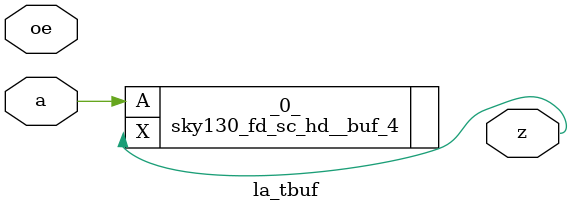
<source format=v>
/* Generated by Yosys 0.37 (git sha1 a5c7f69ed, clang 14.0.0-1ubuntu1.1 -fPIC -Os) */

module la_tbuf(a, oe, z);
  input a;
  wire a;
  input oe;
  wire oe;
  output z;
  wire z;
  sky130_fd_sc_hd__buf_4 _0_ (
    .A(a),
    .X(z)
  );
endmodule

</source>
